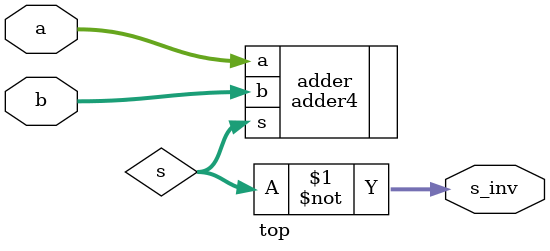
<source format=v>
module top (input [3:0] a, input [3:0] b, output [4:0] s_inv);

    wire [4:0] s;
    adder4 adder(.a(a), .b(b), .s(s));
    assign s_inv = ~s;

endmodule

</source>
